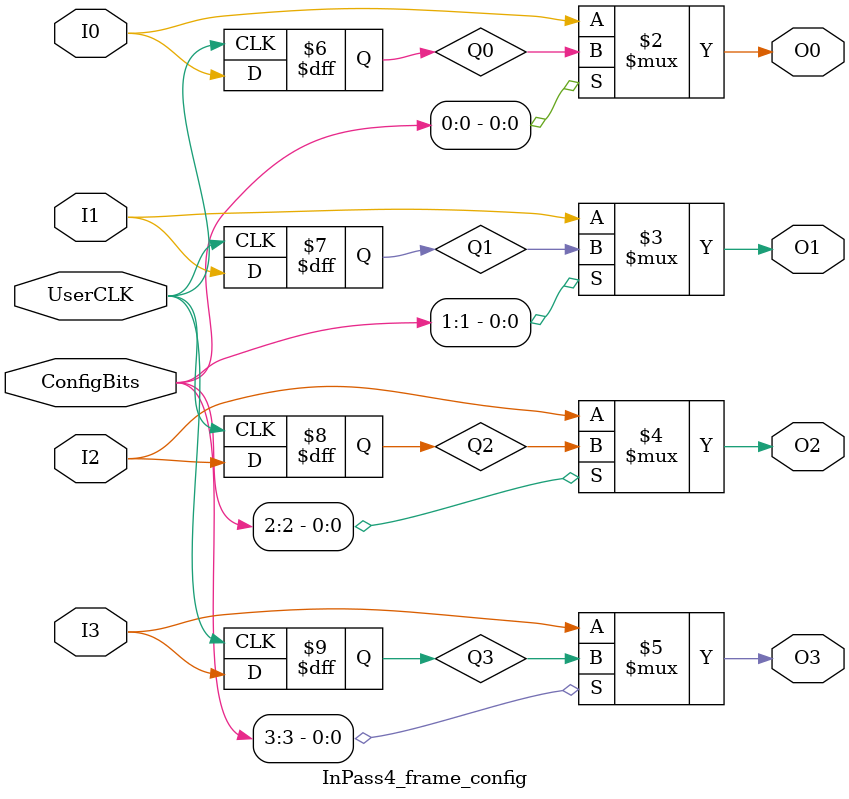
<source format=v>
module InPass4_frame_config (I0, I1, I2, I3, O0, O1, O2, O3, UserCLK, ConfigBits);
	parameter NoConfigBits = 4;
	// Pin0
	input I0; //EXTERNAL
	input I1; //EXTERNAL
	input I2; //EXTERNAL
	input I3; //EXTERNAL
	output O0; //EXTERNAL
	output O1; //EXTERNAL
	output O2; //EXTERNAL
	output O3; //EXTERNAL
	// Tile IO ports from BELs
	input UserCLK; //EXTERNAL -- SHARED_PORT -- ## the EXTERNAL keyword will send this signal all the way to top and the --SHARED Allows multiple BELs using the same port (e.g. for exporting a clock to the top)
	// GLOBAL all primitive pins that are connected to the switch matrix have to go before the GLOBAL label
	input [NoConfigBits - 1 : 0] ConfigBits;
	//_____   ______
	//    I----+--->|FLOP|-Q-|1 M |
	//         |             |  U |-------> O
	//         +-------------|0 X |               
	// I am instantiating an IOBUF primitive.
	// However, it is possible to connect corresponding pins all the way to top, just by adding an "-- EXTERNAL" comment (see PAD in the entity)
	reg Q0, Q1, Q2, Q3; // FLOPs
	
	always @ (posedge UserCLK)
	begin
		Q0 <= I0;
		Q1 <= I1;
		Q2 <= I2;
		Q3 <= I3;
	end
	// ConfigBits ( '0' combinatorial; '1' registered )
	assign O0 = ConfigBits[0] ? Q0 : I0;
	assign O1 = ConfigBits[1] ? Q1 : I1;
	assign O2 = ConfigBits[2] ? Q2 : I2;
	assign O3 = ConfigBits[3] ? Q3 : I3;
	
endmodule

</source>
